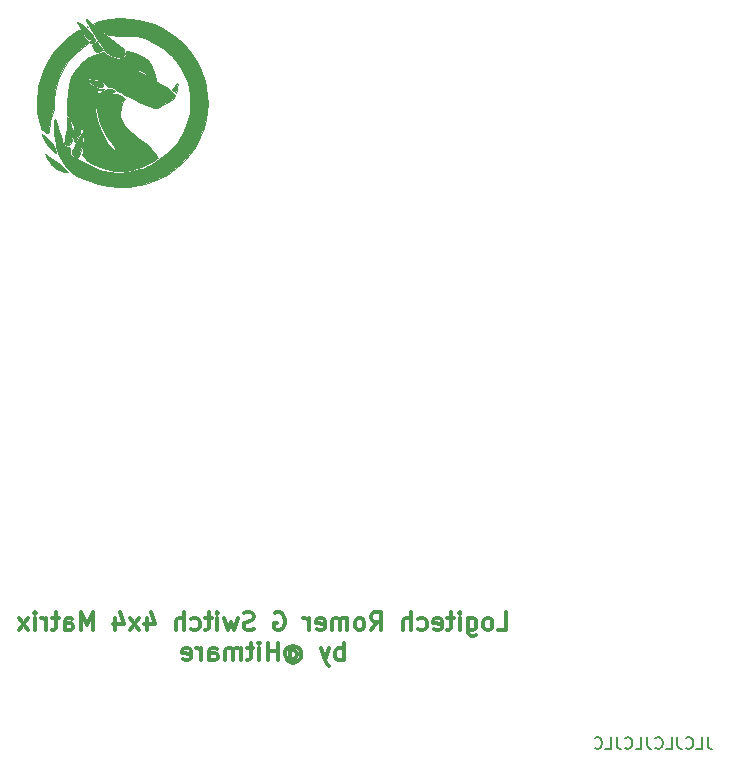
<source format=gbr>
G04 #@! TF.GenerationSoftware,KiCad,Pcbnew,(5.1.5)-3*
G04 #@! TF.CreationDate,2021-02-09T20:58:30+01:00*
G04 #@! TF.ProjectId,Keyboard,4b657962-6f61-4726-942e-6b696361645f,rev?*
G04 #@! TF.SameCoordinates,Original*
G04 #@! TF.FileFunction,Legend,Bot*
G04 #@! TF.FilePolarity,Positive*
%FSLAX46Y46*%
G04 Gerber Fmt 4.6, Leading zero omitted, Abs format (unit mm)*
G04 Created by KiCad (PCBNEW (5.1.5)-3) date 2021-02-09 20:58:30*
%MOMM*%
%LPD*%
G04 APERTURE LIST*
%ADD10C,0.150000*%
%ADD11C,0.300000*%
%ADD12C,0.010000*%
G04 APERTURE END LIST*
D10*
X183619047Y-135452380D02*
X183619047Y-136166666D01*
X183666666Y-136309523D01*
X183761904Y-136404761D01*
X183904761Y-136452380D01*
X184000000Y-136452380D01*
X182666666Y-136452380D02*
X183142857Y-136452380D01*
X183142857Y-135452380D01*
X181761904Y-136357142D02*
X181809523Y-136404761D01*
X181952380Y-136452380D01*
X182047619Y-136452380D01*
X182190476Y-136404761D01*
X182285714Y-136309523D01*
X182333333Y-136214285D01*
X182380952Y-136023809D01*
X182380952Y-135880952D01*
X182333333Y-135690476D01*
X182285714Y-135595238D01*
X182190476Y-135500000D01*
X182047619Y-135452380D01*
X181952380Y-135452380D01*
X181809523Y-135500000D01*
X181761904Y-135547619D01*
X181047619Y-135452380D02*
X181047619Y-136166666D01*
X181095238Y-136309523D01*
X181190476Y-136404761D01*
X181333333Y-136452380D01*
X181428571Y-136452380D01*
X180095238Y-136452380D02*
X180571428Y-136452380D01*
X180571428Y-135452380D01*
X179190476Y-136357142D02*
X179238095Y-136404761D01*
X179380952Y-136452380D01*
X179476190Y-136452380D01*
X179619047Y-136404761D01*
X179714285Y-136309523D01*
X179761904Y-136214285D01*
X179809523Y-136023809D01*
X179809523Y-135880952D01*
X179761904Y-135690476D01*
X179714285Y-135595238D01*
X179619047Y-135500000D01*
X179476190Y-135452380D01*
X179380952Y-135452380D01*
X179238095Y-135500000D01*
X179190476Y-135547619D01*
X178476190Y-135452380D02*
X178476190Y-136166666D01*
X178523809Y-136309523D01*
X178619047Y-136404761D01*
X178761904Y-136452380D01*
X178857142Y-136452380D01*
X177523809Y-136452380D02*
X178000000Y-136452380D01*
X178000000Y-135452380D01*
X176619047Y-136357142D02*
X176666666Y-136404761D01*
X176809523Y-136452380D01*
X176904761Y-136452380D01*
X177047619Y-136404761D01*
X177142857Y-136309523D01*
X177190476Y-136214285D01*
X177238095Y-136023809D01*
X177238095Y-135880952D01*
X177190476Y-135690476D01*
X177142857Y-135595238D01*
X177047619Y-135500000D01*
X176904761Y-135452380D01*
X176809523Y-135452380D01*
X176666666Y-135500000D01*
X176619047Y-135547619D01*
X175904761Y-135452380D02*
X175904761Y-136166666D01*
X175952380Y-136309523D01*
X176047619Y-136404761D01*
X176190476Y-136452380D01*
X176285714Y-136452380D01*
X174952380Y-136452380D02*
X175428571Y-136452380D01*
X175428571Y-135452380D01*
X174047619Y-136357142D02*
X174095238Y-136404761D01*
X174238095Y-136452380D01*
X174333333Y-136452380D01*
X174476190Y-136404761D01*
X174571428Y-136309523D01*
X174619047Y-136214285D01*
X174666666Y-136023809D01*
X174666666Y-135880952D01*
X174619047Y-135690476D01*
X174571428Y-135595238D01*
X174476190Y-135500000D01*
X174333333Y-135452380D01*
X174238095Y-135452380D01*
X174095238Y-135500000D01*
X174047619Y-135547619D01*
D11*
X165821428Y-126403571D02*
X166535714Y-126403571D01*
X166535714Y-124903571D01*
X165107142Y-126403571D02*
X165250000Y-126332142D01*
X165321428Y-126260714D01*
X165392857Y-126117857D01*
X165392857Y-125689285D01*
X165321428Y-125546428D01*
X165250000Y-125475000D01*
X165107142Y-125403571D01*
X164892857Y-125403571D01*
X164750000Y-125475000D01*
X164678571Y-125546428D01*
X164607142Y-125689285D01*
X164607142Y-126117857D01*
X164678571Y-126260714D01*
X164750000Y-126332142D01*
X164892857Y-126403571D01*
X165107142Y-126403571D01*
X163321428Y-125403571D02*
X163321428Y-126617857D01*
X163392857Y-126760714D01*
X163464285Y-126832142D01*
X163607142Y-126903571D01*
X163821428Y-126903571D01*
X163964285Y-126832142D01*
X163321428Y-126332142D02*
X163464285Y-126403571D01*
X163750000Y-126403571D01*
X163892857Y-126332142D01*
X163964285Y-126260714D01*
X164035714Y-126117857D01*
X164035714Y-125689285D01*
X163964285Y-125546428D01*
X163892857Y-125475000D01*
X163750000Y-125403571D01*
X163464285Y-125403571D01*
X163321428Y-125475000D01*
X162607142Y-126403571D02*
X162607142Y-125403571D01*
X162607142Y-124903571D02*
X162678571Y-124975000D01*
X162607142Y-125046428D01*
X162535714Y-124975000D01*
X162607142Y-124903571D01*
X162607142Y-125046428D01*
X162107142Y-125403571D02*
X161535714Y-125403571D01*
X161892857Y-124903571D02*
X161892857Y-126189285D01*
X161821428Y-126332142D01*
X161678571Y-126403571D01*
X161535714Y-126403571D01*
X160464285Y-126332142D02*
X160607142Y-126403571D01*
X160892857Y-126403571D01*
X161035714Y-126332142D01*
X161107142Y-126189285D01*
X161107142Y-125617857D01*
X161035714Y-125475000D01*
X160892857Y-125403571D01*
X160607142Y-125403571D01*
X160464285Y-125475000D01*
X160392857Y-125617857D01*
X160392857Y-125760714D01*
X161107142Y-125903571D01*
X159107142Y-126332142D02*
X159250000Y-126403571D01*
X159535714Y-126403571D01*
X159678571Y-126332142D01*
X159750000Y-126260714D01*
X159821428Y-126117857D01*
X159821428Y-125689285D01*
X159750000Y-125546428D01*
X159678571Y-125475000D01*
X159535714Y-125403571D01*
X159250000Y-125403571D01*
X159107142Y-125475000D01*
X158464285Y-126403571D02*
X158464285Y-124903571D01*
X157821428Y-126403571D02*
X157821428Y-125617857D01*
X157892857Y-125475000D01*
X158035714Y-125403571D01*
X158250000Y-125403571D01*
X158392857Y-125475000D01*
X158464285Y-125546428D01*
X155107142Y-126403571D02*
X155607142Y-125689285D01*
X155964285Y-126403571D02*
X155964285Y-124903571D01*
X155392857Y-124903571D01*
X155250000Y-124975000D01*
X155178571Y-125046428D01*
X155107142Y-125189285D01*
X155107142Y-125403571D01*
X155178571Y-125546428D01*
X155250000Y-125617857D01*
X155392857Y-125689285D01*
X155964285Y-125689285D01*
X154250000Y-126403571D02*
X154392857Y-126332142D01*
X154464285Y-126260714D01*
X154535714Y-126117857D01*
X154535714Y-125689285D01*
X154464285Y-125546428D01*
X154392857Y-125475000D01*
X154250000Y-125403571D01*
X154035714Y-125403571D01*
X153892857Y-125475000D01*
X153821428Y-125546428D01*
X153750000Y-125689285D01*
X153750000Y-126117857D01*
X153821428Y-126260714D01*
X153892857Y-126332142D01*
X154035714Y-126403571D01*
X154250000Y-126403571D01*
X153107142Y-126403571D02*
X153107142Y-125403571D01*
X153107142Y-125546428D02*
X153035714Y-125475000D01*
X152892857Y-125403571D01*
X152678571Y-125403571D01*
X152535714Y-125475000D01*
X152464285Y-125617857D01*
X152464285Y-126403571D01*
X152464285Y-125617857D02*
X152392857Y-125475000D01*
X152250000Y-125403571D01*
X152035714Y-125403571D01*
X151892857Y-125475000D01*
X151821428Y-125617857D01*
X151821428Y-126403571D01*
X150535714Y-126332142D02*
X150678571Y-126403571D01*
X150964285Y-126403571D01*
X151107142Y-126332142D01*
X151178571Y-126189285D01*
X151178571Y-125617857D01*
X151107142Y-125475000D01*
X150964285Y-125403571D01*
X150678571Y-125403571D01*
X150535714Y-125475000D01*
X150464285Y-125617857D01*
X150464285Y-125760714D01*
X151178571Y-125903571D01*
X149821428Y-126403571D02*
X149821428Y-125403571D01*
X149821428Y-125689285D02*
X149750000Y-125546428D01*
X149678571Y-125475000D01*
X149535714Y-125403571D01*
X149392857Y-125403571D01*
X146964285Y-124975000D02*
X147107142Y-124903571D01*
X147321428Y-124903571D01*
X147535714Y-124975000D01*
X147678571Y-125117857D01*
X147750000Y-125260714D01*
X147821428Y-125546428D01*
X147821428Y-125760714D01*
X147750000Y-126046428D01*
X147678571Y-126189285D01*
X147535714Y-126332142D01*
X147321428Y-126403571D01*
X147178571Y-126403571D01*
X146964285Y-126332142D01*
X146892857Y-126260714D01*
X146892857Y-125760714D01*
X147178571Y-125760714D01*
X145178571Y-126332142D02*
X144964285Y-126403571D01*
X144607142Y-126403571D01*
X144464285Y-126332142D01*
X144392857Y-126260714D01*
X144321428Y-126117857D01*
X144321428Y-125975000D01*
X144392857Y-125832142D01*
X144464285Y-125760714D01*
X144607142Y-125689285D01*
X144892857Y-125617857D01*
X145035714Y-125546428D01*
X145107142Y-125475000D01*
X145178571Y-125332142D01*
X145178571Y-125189285D01*
X145107142Y-125046428D01*
X145035714Y-124975000D01*
X144892857Y-124903571D01*
X144535714Y-124903571D01*
X144321428Y-124975000D01*
X143821428Y-125403571D02*
X143535714Y-126403571D01*
X143250000Y-125689285D01*
X142964285Y-126403571D01*
X142678571Y-125403571D01*
X142107142Y-126403571D02*
X142107142Y-125403571D01*
X142107142Y-124903571D02*
X142178571Y-124975000D01*
X142107142Y-125046428D01*
X142035714Y-124975000D01*
X142107142Y-124903571D01*
X142107142Y-125046428D01*
X141607142Y-125403571D02*
X141035714Y-125403571D01*
X141392857Y-124903571D02*
X141392857Y-126189285D01*
X141321428Y-126332142D01*
X141178571Y-126403571D01*
X141035714Y-126403571D01*
X139892857Y-126332142D02*
X140035714Y-126403571D01*
X140321428Y-126403571D01*
X140464285Y-126332142D01*
X140535714Y-126260714D01*
X140607142Y-126117857D01*
X140607142Y-125689285D01*
X140535714Y-125546428D01*
X140464285Y-125475000D01*
X140321428Y-125403571D01*
X140035714Y-125403571D01*
X139892857Y-125475000D01*
X139250000Y-126403571D02*
X139250000Y-124903571D01*
X138607142Y-126403571D02*
X138607142Y-125617857D01*
X138678571Y-125475000D01*
X138821428Y-125403571D01*
X139035714Y-125403571D01*
X139178571Y-125475000D01*
X139250000Y-125546428D01*
X136107142Y-125403571D02*
X136107142Y-126403571D01*
X136464285Y-124832142D02*
X136821428Y-125903571D01*
X135892857Y-125903571D01*
X135464285Y-126403571D02*
X134678571Y-125403571D01*
X135464285Y-125403571D02*
X134678571Y-126403571D01*
X133464285Y-125403571D02*
X133464285Y-126403571D01*
X133821428Y-124832142D02*
X134178571Y-125903571D01*
X133250000Y-125903571D01*
X131535714Y-126403571D02*
X131535714Y-124903571D01*
X131035714Y-125975000D01*
X130535714Y-124903571D01*
X130535714Y-126403571D01*
X129178571Y-126403571D02*
X129178571Y-125617857D01*
X129250000Y-125475000D01*
X129392857Y-125403571D01*
X129678571Y-125403571D01*
X129821428Y-125475000D01*
X129178571Y-126332142D02*
X129321428Y-126403571D01*
X129678571Y-126403571D01*
X129821428Y-126332142D01*
X129892857Y-126189285D01*
X129892857Y-126046428D01*
X129821428Y-125903571D01*
X129678571Y-125832142D01*
X129321428Y-125832142D01*
X129178571Y-125760714D01*
X128678571Y-125403571D02*
X128107142Y-125403571D01*
X128464285Y-124903571D02*
X128464285Y-126189285D01*
X128392857Y-126332142D01*
X128250000Y-126403571D01*
X128107142Y-126403571D01*
X127607142Y-126403571D02*
X127607142Y-125403571D01*
X127607142Y-125689285D02*
X127535714Y-125546428D01*
X127464285Y-125475000D01*
X127321428Y-125403571D01*
X127178571Y-125403571D01*
X126678571Y-126403571D02*
X126678571Y-125403571D01*
X126678571Y-124903571D02*
X126750000Y-124975000D01*
X126678571Y-125046428D01*
X126607142Y-124975000D01*
X126678571Y-124903571D01*
X126678571Y-125046428D01*
X126107142Y-126403571D02*
X125321428Y-125403571D01*
X126107142Y-125403571D02*
X125321428Y-126403571D01*
X152785714Y-128953571D02*
X152785714Y-127453571D01*
X152785714Y-128025000D02*
X152642857Y-127953571D01*
X152357142Y-127953571D01*
X152214285Y-128025000D01*
X152142857Y-128096428D01*
X152071428Y-128239285D01*
X152071428Y-128667857D01*
X152142857Y-128810714D01*
X152214285Y-128882142D01*
X152357142Y-128953571D01*
X152642857Y-128953571D01*
X152785714Y-128882142D01*
X151571428Y-127953571D02*
X151214285Y-128953571D01*
X150857142Y-127953571D02*
X151214285Y-128953571D01*
X151357142Y-129310714D01*
X151428571Y-129382142D01*
X151571428Y-129453571D01*
X148214285Y-128239285D02*
X148285714Y-128167857D01*
X148428571Y-128096428D01*
X148571428Y-128096428D01*
X148714285Y-128167857D01*
X148785714Y-128239285D01*
X148857142Y-128382142D01*
X148857142Y-128525000D01*
X148785714Y-128667857D01*
X148714285Y-128739285D01*
X148571428Y-128810714D01*
X148428571Y-128810714D01*
X148285714Y-128739285D01*
X148214285Y-128667857D01*
X148214285Y-128096428D02*
X148214285Y-128667857D01*
X148142857Y-128739285D01*
X148071428Y-128739285D01*
X147928571Y-128667857D01*
X147857142Y-128525000D01*
X147857142Y-128167857D01*
X148000000Y-127953571D01*
X148214285Y-127810714D01*
X148500000Y-127739285D01*
X148785714Y-127810714D01*
X149000000Y-127953571D01*
X149142857Y-128167857D01*
X149214285Y-128453571D01*
X149142857Y-128739285D01*
X149000000Y-128953571D01*
X148785714Y-129096428D01*
X148500000Y-129167857D01*
X148214285Y-129096428D01*
X148000000Y-128953571D01*
X147214285Y-128953571D02*
X147214285Y-127453571D01*
X147214285Y-128167857D02*
X146357142Y-128167857D01*
X146357142Y-128953571D02*
X146357142Y-127453571D01*
X145642857Y-128953571D02*
X145642857Y-127953571D01*
X145642857Y-127453571D02*
X145714285Y-127525000D01*
X145642857Y-127596428D01*
X145571428Y-127525000D01*
X145642857Y-127453571D01*
X145642857Y-127596428D01*
X145142857Y-127953571D02*
X144571428Y-127953571D01*
X144928571Y-127453571D02*
X144928571Y-128739285D01*
X144857142Y-128882142D01*
X144714285Y-128953571D01*
X144571428Y-128953571D01*
X144071428Y-128953571D02*
X144071428Y-127953571D01*
X144071428Y-128096428D02*
X144000000Y-128025000D01*
X143857142Y-127953571D01*
X143642857Y-127953571D01*
X143500000Y-128025000D01*
X143428571Y-128167857D01*
X143428571Y-128953571D01*
X143428571Y-128167857D02*
X143357142Y-128025000D01*
X143214285Y-127953571D01*
X143000000Y-127953571D01*
X142857142Y-128025000D01*
X142785714Y-128167857D01*
X142785714Y-128953571D01*
X141428571Y-128953571D02*
X141428571Y-128167857D01*
X141500000Y-128025000D01*
X141642857Y-127953571D01*
X141928571Y-127953571D01*
X142071428Y-128025000D01*
X141428571Y-128882142D02*
X141571428Y-128953571D01*
X141928571Y-128953571D01*
X142071428Y-128882142D01*
X142142857Y-128739285D01*
X142142857Y-128596428D01*
X142071428Y-128453571D01*
X141928571Y-128382142D01*
X141571428Y-128382142D01*
X141428571Y-128310714D01*
X140714285Y-128953571D02*
X140714285Y-127953571D01*
X140714285Y-128239285D02*
X140642857Y-128096428D01*
X140571428Y-128025000D01*
X140428571Y-127953571D01*
X140285714Y-127953571D01*
X139214285Y-128882142D02*
X139357142Y-128953571D01*
X139642857Y-128953571D01*
X139785714Y-128882142D01*
X139857142Y-128739285D01*
X139857142Y-128167857D01*
X139785714Y-128025000D01*
X139642857Y-127953571D01*
X139357142Y-127953571D01*
X139214285Y-128025000D01*
X139142857Y-128167857D01*
X139142857Y-128310714D01*
X139857142Y-128453571D01*
D12*
G36*
X132907399Y-74665758D02*
G01*
X132086919Y-74843997D01*
X131868356Y-74913270D01*
X131723966Y-74975553D01*
X131686633Y-75011738D01*
X131747176Y-75077938D01*
X131893977Y-75216259D01*
X132102690Y-75404198D01*
X132271106Y-75551941D01*
X132834762Y-76041460D01*
X134054200Y-76062340D01*
X134575177Y-76075494D01*
X134987335Y-76099364D01*
X135327363Y-76140751D01*
X135631949Y-76206453D01*
X135937781Y-76303269D01*
X136281545Y-76437998D01*
X136438109Y-76504121D01*
X136777388Y-76677636D01*
X137172701Y-76923409D01*
X137578705Y-77209250D01*
X137950051Y-77502970D01*
X138241396Y-77772379D01*
X138274494Y-77807718D01*
X138856126Y-78537169D01*
X139298205Y-79303131D01*
X139603953Y-80113775D01*
X139776591Y-80977270D01*
X139821086Y-81730905D01*
X139753523Y-82641510D01*
X139549585Y-83504891D01*
X139212353Y-84315533D01*
X138744908Y-85067918D01*
X138150330Y-85756529D01*
X137431701Y-86375848D01*
X137094560Y-86613352D01*
X136735446Y-86847952D01*
X136455299Y-87018305D01*
X136214403Y-87144436D01*
X135973043Y-87246367D01*
X135691501Y-87344123D01*
X135564757Y-87384645D01*
X134648977Y-87606386D01*
X133759486Y-87685109D01*
X132894458Y-87620613D01*
X132052069Y-87412699D01*
X131230494Y-87061165D01*
X130893160Y-86871823D01*
X130624539Y-86720723D01*
X130394353Y-86610313D01*
X130235539Y-86555470D01*
X130190461Y-86554415D01*
X130073019Y-86534417D01*
X129905975Y-86432473D01*
X129842443Y-86379803D01*
X129685699Y-86215354D01*
X129615385Y-86049619D01*
X129599010Y-85829076D01*
X129583714Y-85631220D01*
X129546535Y-85526846D01*
X129524069Y-85520071D01*
X129357473Y-85510056D01*
X129183319Y-85392638D01*
X129037628Y-85199298D01*
X128972539Y-85038114D01*
X128917382Y-84844943D01*
X128831121Y-84553819D01*
X128726020Y-84205738D01*
X128624940Y-83875985D01*
X128512159Y-83520238D01*
X128430403Y-83289219D01*
X128372276Y-83167261D01*
X128330383Y-83138697D01*
X128298578Y-83184581D01*
X128268669Y-83360216D01*
X128262254Y-83647083D01*
X128276976Y-84013171D01*
X128310478Y-84426467D01*
X128360404Y-84854959D01*
X128424395Y-85266636D01*
X128468459Y-85491777D01*
X128617479Y-86038652D01*
X128823851Y-86511794D01*
X129113703Y-86962241D01*
X129403349Y-87317892D01*
X129594931Y-87517109D01*
X129804931Y-87687632D01*
X130060519Y-87845265D01*
X130388863Y-88005811D01*
X130817132Y-88185073D01*
X131052436Y-88277115D01*
X131993663Y-88594844D01*
X132880874Y-88796832D01*
X133742753Y-88887120D01*
X134607983Y-88869752D01*
X134982522Y-88830915D01*
X135979774Y-88632536D01*
X136927226Y-88300323D01*
X137815080Y-87840394D01*
X138633539Y-87258869D01*
X139372802Y-86561869D01*
X140023074Y-85755511D01*
X140110530Y-85628187D01*
X140580636Y-84804928D01*
X140938101Y-83898228D01*
X141148605Y-83091690D01*
X141236727Y-82470784D01*
X141266576Y-81774549D01*
X141239727Y-81059173D01*
X141157755Y-80380841D01*
X141059864Y-79925788D01*
X140733489Y-78980240D01*
X140289607Y-78108596D01*
X139739737Y-77317377D01*
X139095397Y-76613107D01*
X138368106Y-76002310D01*
X137569381Y-75491509D01*
X136710741Y-75087227D01*
X135803705Y-74795987D01*
X134859790Y-74624314D01*
X133890515Y-74578729D01*
X132907399Y-74665758D01*
G37*
X132907399Y-74665758D02*
X132086919Y-74843997D01*
X131868356Y-74913270D01*
X131723966Y-74975553D01*
X131686633Y-75011738D01*
X131747176Y-75077938D01*
X131893977Y-75216259D01*
X132102690Y-75404198D01*
X132271106Y-75551941D01*
X132834762Y-76041460D01*
X134054200Y-76062340D01*
X134575177Y-76075494D01*
X134987335Y-76099364D01*
X135327363Y-76140751D01*
X135631949Y-76206453D01*
X135937781Y-76303269D01*
X136281545Y-76437998D01*
X136438109Y-76504121D01*
X136777388Y-76677636D01*
X137172701Y-76923409D01*
X137578705Y-77209250D01*
X137950051Y-77502970D01*
X138241396Y-77772379D01*
X138274494Y-77807718D01*
X138856126Y-78537169D01*
X139298205Y-79303131D01*
X139603953Y-80113775D01*
X139776591Y-80977270D01*
X139821086Y-81730905D01*
X139753523Y-82641510D01*
X139549585Y-83504891D01*
X139212353Y-84315533D01*
X138744908Y-85067918D01*
X138150330Y-85756529D01*
X137431701Y-86375848D01*
X137094560Y-86613352D01*
X136735446Y-86847952D01*
X136455299Y-87018305D01*
X136214403Y-87144436D01*
X135973043Y-87246367D01*
X135691501Y-87344123D01*
X135564757Y-87384645D01*
X134648977Y-87606386D01*
X133759486Y-87685109D01*
X132894458Y-87620613D01*
X132052069Y-87412699D01*
X131230494Y-87061165D01*
X130893160Y-86871823D01*
X130624539Y-86720723D01*
X130394353Y-86610313D01*
X130235539Y-86555470D01*
X130190461Y-86554415D01*
X130073019Y-86534417D01*
X129905975Y-86432473D01*
X129842443Y-86379803D01*
X129685699Y-86215354D01*
X129615385Y-86049619D01*
X129599010Y-85829076D01*
X129583714Y-85631220D01*
X129546535Y-85526846D01*
X129524069Y-85520071D01*
X129357473Y-85510056D01*
X129183319Y-85392638D01*
X129037628Y-85199298D01*
X128972539Y-85038114D01*
X128917382Y-84844943D01*
X128831121Y-84553819D01*
X128726020Y-84205738D01*
X128624940Y-83875985D01*
X128512159Y-83520238D01*
X128430403Y-83289219D01*
X128372276Y-83167261D01*
X128330383Y-83138697D01*
X128298578Y-83184581D01*
X128268669Y-83360216D01*
X128262254Y-83647083D01*
X128276976Y-84013171D01*
X128310478Y-84426467D01*
X128360404Y-84854959D01*
X128424395Y-85266636D01*
X128468459Y-85491777D01*
X128617479Y-86038652D01*
X128823851Y-86511794D01*
X129113703Y-86962241D01*
X129403349Y-87317892D01*
X129594931Y-87517109D01*
X129804931Y-87687632D01*
X130060519Y-87845265D01*
X130388863Y-88005811D01*
X130817132Y-88185073D01*
X131052436Y-88277115D01*
X131993663Y-88594844D01*
X132880874Y-88796832D01*
X133742753Y-88887120D01*
X134607983Y-88869752D01*
X134982522Y-88830915D01*
X135979774Y-88632536D01*
X136927226Y-88300323D01*
X137815080Y-87840394D01*
X138633539Y-87258869D01*
X139372802Y-86561869D01*
X140023074Y-85755511D01*
X140110530Y-85628187D01*
X140580636Y-84804928D01*
X140938101Y-83898228D01*
X141148605Y-83091690D01*
X141236727Y-82470784D01*
X141266576Y-81774549D01*
X141239727Y-81059173D01*
X141157755Y-80380841D01*
X141059864Y-79925788D01*
X140733489Y-78980240D01*
X140289607Y-78108596D01*
X139739737Y-77317377D01*
X139095397Y-76613107D01*
X138368106Y-76002310D01*
X137569381Y-75491509D01*
X136710741Y-75087227D01*
X135803705Y-74795987D01*
X134859790Y-74624314D01*
X133890515Y-74578729D01*
X132907399Y-74665758D01*
G36*
X127554726Y-86184669D02*
G01*
X127631608Y-86349069D01*
X127754202Y-86561686D01*
X127902354Y-86787920D01*
X128055909Y-86993168D01*
X128076963Y-87018583D01*
X128356807Y-87266425D01*
X128721648Y-87471381D01*
X129111245Y-87600207D01*
X129141977Y-87606285D01*
X129315999Y-87631640D01*
X129409690Y-87631391D01*
X129414900Y-87626361D01*
X129360915Y-87513244D01*
X129219919Y-87345702D01*
X129023348Y-87153912D01*
X128802641Y-86968051D01*
X128589233Y-86818294D01*
X128547669Y-86793910D01*
X128273601Y-86624041D01*
X128003501Y-86431238D01*
X127861866Y-86315053D01*
X127697658Y-86180567D01*
X127578934Y-86107029D01*
X127543712Y-86103089D01*
X127554726Y-86184669D01*
G37*
X127554726Y-86184669D02*
X127631608Y-86349069D01*
X127754202Y-86561686D01*
X127902354Y-86787920D01*
X128055909Y-86993168D01*
X128076963Y-87018583D01*
X128356807Y-87266425D01*
X128721648Y-87471381D01*
X129111245Y-87600207D01*
X129141977Y-87606285D01*
X129315999Y-87631640D01*
X129409690Y-87631391D01*
X129414900Y-87626361D01*
X129360915Y-87513244D01*
X129219919Y-87345702D01*
X129023348Y-87153912D01*
X128802641Y-86968051D01*
X128589233Y-86818294D01*
X128547669Y-86793910D01*
X128273601Y-86624041D01*
X128003501Y-86431238D01*
X127861866Y-86315053D01*
X127697658Y-86180567D01*
X127578934Y-86107029D01*
X127543712Y-86103089D01*
X127554726Y-86184669D01*
G36*
X134377920Y-77375793D02*
G01*
X134386588Y-77441455D01*
X134390459Y-77451921D01*
X134398417Y-77600956D01*
X134365321Y-77738661D01*
X134233794Y-77896361D01*
X134006805Y-77986762D01*
X133716338Y-78012877D01*
X133394380Y-77977720D01*
X133072919Y-77884305D01*
X132783939Y-77735646D01*
X132590747Y-77571446D01*
X132456761Y-77423394D01*
X131936547Y-77608211D01*
X131471136Y-77790912D01*
X131103786Y-77981687D01*
X130788462Y-78209198D01*
X130479132Y-78502107D01*
X130447453Y-78535362D01*
X130046345Y-79041792D01*
X129745049Y-79613526D01*
X129538876Y-80264825D01*
X129423139Y-81009949D01*
X129392366Y-81745272D01*
X129393120Y-82691404D01*
X129698460Y-83265800D01*
X129844948Y-83548716D01*
X129933995Y-83757434D01*
X129978596Y-83945142D01*
X129991744Y-84165025D01*
X129987071Y-84447198D01*
X129984783Y-84731361D01*
X129993321Y-84957007D01*
X130010904Y-85086807D01*
X130018331Y-85102189D01*
X130072166Y-85071995D01*
X130157670Y-84939658D01*
X130258880Y-84740578D01*
X130359831Y-84510155D01*
X130444558Y-84283791D01*
X130497097Y-84096885D01*
X130506533Y-84019627D01*
X130525107Y-83858327D01*
X130572477Y-83826457D01*
X130636316Y-83913820D01*
X130704294Y-84110220D01*
X130726504Y-84201576D01*
X130765265Y-84499909D01*
X130777801Y-84890033D01*
X130765189Y-85320765D01*
X130728510Y-85740922D01*
X130688482Y-86004576D01*
X130670536Y-86148186D01*
X130696534Y-86259250D01*
X130788428Y-86376216D01*
X130968170Y-86537531D01*
X131015750Y-86577790D01*
X131243343Y-86752762D01*
X131489851Y-86902152D01*
X131785035Y-87039561D01*
X132158653Y-87178594D01*
X132640463Y-87332853D01*
X132720992Y-87357267D01*
X133439184Y-87501344D01*
X134187480Y-87517071D01*
X134926287Y-87403884D01*
X134983001Y-87389452D01*
X135614869Y-87194986D01*
X136182465Y-86963798D01*
X136648716Y-86711388D01*
X136723539Y-86661793D01*
X136906184Y-86529873D01*
X137027208Y-86430472D01*
X137056734Y-86394573D01*
X137018820Y-86318271D01*
X136921412Y-86162909D01*
X136835571Y-86035149D01*
X136669174Y-85833468D01*
X133533725Y-85833468D01*
X133479292Y-85838868D01*
X133350377Y-85742547D01*
X133191590Y-85584384D01*
X132874517Y-85217917D01*
X132616886Y-84847719D01*
X132384062Y-84420233D01*
X132244574Y-84120062D01*
X131987208Y-83463083D01*
X131828835Y-82876909D01*
X131771761Y-82372242D01*
X131798076Y-82047052D01*
X131870276Y-81672493D01*
X131879837Y-82193659D01*
X131955055Y-82842524D01*
X132159358Y-83504457D01*
X132496232Y-84187805D01*
X132969157Y-84900914D01*
X133059629Y-85020870D01*
X133276630Y-85320047D01*
X133429746Y-85562747D01*
X133516327Y-85737657D01*
X133533725Y-85833468D01*
X136669174Y-85833468D01*
X136609383Y-85761000D01*
X136281523Y-85438511D01*
X135877512Y-85090114D01*
X135422874Y-84738242D01*
X135101545Y-84510963D01*
X134768961Y-84263575D01*
X134512454Y-84012787D01*
X134274429Y-83700009D01*
X134210621Y-83604591D01*
X134037654Y-83333295D01*
X133932011Y-83134695D01*
X133877257Y-82962444D01*
X133856955Y-82770193D01*
X133854442Y-82600185D01*
X133903170Y-82129836D01*
X134054249Y-81747307D01*
X134197855Y-81549715D01*
X134265461Y-81424975D01*
X134219474Y-81311481D01*
X134048035Y-81187695D01*
X133977190Y-81148919D01*
X133817611Y-81088271D01*
X133595012Y-81049254D01*
X133280088Y-81028278D01*
X132941608Y-81022072D01*
X132568933Y-81015992D01*
X132308925Y-80999569D01*
X132128800Y-80967989D01*
X131995772Y-80916437D01*
X131922697Y-80872420D01*
X131707450Y-80727361D01*
X132085076Y-80688872D01*
X132310815Y-80655602D01*
X132474660Y-80612659D01*
X132521753Y-80587159D01*
X132508137Y-80555021D01*
X132394420Y-80568497D01*
X132085331Y-80572400D01*
X131749959Y-80456705D01*
X131421634Y-80234610D01*
X131325599Y-80145324D01*
X131117404Y-79923566D01*
X131027340Y-79781218D01*
X131060500Y-79705981D01*
X131221976Y-79685558D01*
X131507307Y-79706623D01*
X131912080Y-79771513D01*
X132208460Y-79876161D01*
X132431654Y-80036504D01*
X132556809Y-80181717D01*
X132748153Y-80357879D01*
X132903802Y-80399926D01*
X132990288Y-80403027D01*
X133072654Y-80419364D01*
X133176147Y-80461165D01*
X133326012Y-80540655D01*
X133547497Y-80670063D01*
X133865848Y-80861614D01*
X133901057Y-80882890D01*
X134142299Y-81018012D01*
X134467305Y-81185111D01*
X134848634Y-81371630D01*
X135258844Y-81565012D01*
X135670491Y-81752697D01*
X136056133Y-81922128D01*
X136388328Y-82060749D01*
X136639634Y-82156000D01*
X136762293Y-82192200D01*
X137022846Y-82177196D01*
X137364239Y-82045956D01*
X137782274Y-81800378D01*
X138057450Y-81606852D01*
X138310018Y-81401560D01*
X138466923Y-81233366D01*
X138512321Y-81131928D01*
X138460831Y-81005409D01*
X138301458Y-80839952D01*
X138026849Y-80629521D01*
X137629652Y-80368084D01*
X137435833Y-80248503D01*
X137131451Y-80048003D01*
X136947056Y-79886836D01*
X136867100Y-79751249D01*
X136865331Y-79743839D01*
X136805109Y-79492886D01*
X136076658Y-79492886D01*
X136019268Y-79522010D01*
X135944305Y-79430046D01*
X135938532Y-79415830D01*
X135852938Y-79327388D01*
X135675956Y-79213696D01*
X135512264Y-79130675D01*
X135316669Y-79028779D01*
X135250167Y-78967337D01*
X135300813Y-78950796D01*
X135456665Y-78983601D01*
X135690648Y-79064271D01*
X135877041Y-79137393D01*
X135992954Y-79183918D01*
X136010587Y-79191635D01*
X136036124Y-79256620D01*
X136070076Y-79361748D01*
X136076658Y-79492886D01*
X136805109Y-79492886D01*
X136731915Y-79187884D01*
X136592594Y-78753283D01*
X136428329Y-78416424D01*
X136220078Y-78153697D01*
X135948801Y-77941490D01*
X135595458Y-77756192D01*
X135141007Y-77574193D01*
X135105051Y-77561015D01*
X134769619Y-77441517D01*
X134549746Y-77372817D01*
X134425743Y-77351911D01*
X134377920Y-77375793D01*
G37*
X134377920Y-77375793D02*
X134386588Y-77441455D01*
X134390459Y-77451921D01*
X134398417Y-77600956D01*
X134365321Y-77738661D01*
X134233794Y-77896361D01*
X134006805Y-77986762D01*
X133716338Y-78012877D01*
X133394380Y-77977720D01*
X133072919Y-77884305D01*
X132783939Y-77735646D01*
X132590747Y-77571446D01*
X132456761Y-77423394D01*
X131936547Y-77608211D01*
X131471136Y-77790912D01*
X131103786Y-77981687D01*
X130788462Y-78209198D01*
X130479132Y-78502107D01*
X130447453Y-78535362D01*
X130046345Y-79041792D01*
X129745049Y-79613526D01*
X129538876Y-80264825D01*
X129423139Y-81009949D01*
X129392366Y-81745272D01*
X129393120Y-82691404D01*
X129698460Y-83265800D01*
X129844948Y-83548716D01*
X129933995Y-83757434D01*
X129978596Y-83945142D01*
X129991744Y-84165025D01*
X129987071Y-84447198D01*
X129984783Y-84731361D01*
X129993321Y-84957007D01*
X130010904Y-85086807D01*
X130018331Y-85102189D01*
X130072166Y-85071995D01*
X130157670Y-84939658D01*
X130258880Y-84740578D01*
X130359831Y-84510155D01*
X130444558Y-84283791D01*
X130497097Y-84096885D01*
X130506533Y-84019627D01*
X130525107Y-83858327D01*
X130572477Y-83826457D01*
X130636316Y-83913820D01*
X130704294Y-84110220D01*
X130726504Y-84201576D01*
X130765265Y-84499909D01*
X130777801Y-84890033D01*
X130765189Y-85320765D01*
X130728510Y-85740922D01*
X130688482Y-86004576D01*
X130670536Y-86148186D01*
X130696534Y-86259250D01*
X130788428Y-86376216D01*
X130968170Y-86537531D01*
X131015750Y-86577790D01*
X131243343Y-86752762D01*
X131489851Y-86902152D01*
X131785035Y-87039561D01*
X132158653Y-87178594D01*
X132640463Y-87332853D01*
X132720992Y-87357267D01*
X133439184Y-87501344D01*
X134187480Y-87517071D01*
X134926287Y-87403884D01*
X134983001Y-87389452D01*
X135614869Y-87194986D01*
X136182465Y-86963798D01*
X136648716Y-86711388D01*
X136723539Y-86661793D01*
X136906184Y-86529873D01*
X137027208Y-86430472D01*
X137056734Y-86394573D01*
X137018820Y-86318271D01*
X136921412Y-86162909D01*
X136835571Y-86035149D01*
X136669174Y-85833468D01*
X133533725Y-85833468D01*
X133479292Y-85838868D01*
X133350377Y-85742547D01*
X133191590Y-85584384D01*
X132874517Y-85217917D01*
X132616886Y-84847719D01*
X132384062Y-84420233D01*
X132244574Y-84120062D01*
X131987208Y-83463083D01*
X131828835Y-82876909D01*
X131771761Y-82372242D01*
X131798076Y-82047052D01*
X131870276Y-81672493D01*
X131879837Y-82193659D01*
X131955055Y-82842524D01*
X132159358Y-83504457D01*
X132496232Y-84187805D01*
X132969157Y-84900914D01*
X133059629Y-85020870D01*
X133276630Y-85320047D01*
X133429746Y-85562747D01*
X133516327Y-85737657D01*
X133533725Y-85833468D01*
X136669174Y-85833468D01*
X136609383Y-85761000D01*
X136281523Y-85438511D01*
X135877512Y-85090114D01*
X135422874Y-84738242D01*
X135101545Y-84510963D01*
X134768961Y-84263575D01*
X134512454Y-84012787D01*
X134274429Y-83700009D01*
X134210621Y-83604591D01*
X134037654Y-83333295D01*
X133932011Y-83134695D01*
X133877257Y-82962444D01*
X133856955Y-82770193D01*
X133854442Y-82600185D01*
X133903170Y-82129836D01*
X134054249Y-81747307D01*
X134197855Y-81549715D01*
X134265461Y-81424975D01*
X134219474Y-81311481D01*
X134048035Y-81187695D01*
X133977190Y-81148919D01*
X133817611Y-81088271D01*
X133595012Y-81049254D01*
X133280088Y-81028278D01*
X132941608Y-81022072D01*
X132568933Y-81015992D01*
X132308925Y-80999569D01*
X132128800Y-80967989D01*
X131995772Y-80916437D01*
X131922697Y-80872420D01*
X131707450Y-80727361D01*
X132085076Y-80688872D01*
X132310815Y-80655602D01*
X132474660Y-80612659D01*
X132521753Y-80587159D01*
X132508137Y-80555021D01*
X132394420Y-80568497D01*
X132085331Y-80572400D01*
X131749959Y-80456705D01*
X131421634Y-80234610D01*
X131325599Y-80145324D01*
X131117404Y-79923566D01*
X131027340Y-79781218D01*
X131060500Y-79705981D01*
X131221976Y-79685558D01*
X131507307Y-79706623D01*
X131912080Y-79771513D01*
X132208460Y-79876161D01*
X132431654Y-80036504D01*
X132556809Y-80181717D01*
X132748153Y-80357879D01*
X132903802Y-80399926D01*
X132990288Y-80403027D01*
X133072654Y-80419364D01*
X133176147Y-80461165D01*
X133326012Y-80540655D01*
X133547497Y-80670063D01*
X133865848Y-80861614D01*
X133901057Y-80882890D01*
X134142299Y-81018012D01*
X134467305Y-81185111D01*
X134848634Y-81371630D01*
X135258844Y-81565012D01*
X135670491Y-81752697D01*
X136056133Y-81922128D01*
X136388328Y-82060749D01*
X136639634Y-82156000D01*
X136762293Y-82192200D01*
X137022846Y-82177196D01*
X137364239Y-82045956D01*
X137782274Y-81800378D01*
X138057450Y-81606852D01*
X138310018Y-81401560D01*
X138466923Y-81233366D01*
X138512321Y-81131928D01*
X138460831Y-81005409D01*
X138301458Y-80839952D01*
X138026849Y-80629521D01*
X137629652Y-80368084D01*
X137435833Y-80248503D01*
X137131451Y-80048003D01*
X136947056Y-79886836D01*
X136867100Y-79751249D01*
X136865331Y-79743839D01*
X136805109Y-79492886D01*
X136076658Y-79492886D01*
X136019268Y-79522010D01*
X135944305Y-79430046D01*
X135938532Y-79415830D01*
X135852938Y-79327388D01*
X135675956Y-79213696D01*
X135512264Y-79130675D01*
X135316669Y-79028779D01*
X135250167Y-78967337D01*
X135300813Y-78950796D01*
X135456665Y-78983601D01*
X135690648Y-79064271D01*
X135877041Y-79137393D01*
X135992954Y-79183918D01*
X136010587Y-79191635D01*
X136036124Y-79256620D01*
X136070076Y-79361748D01*
X136076658Y-79492886D01*
X136805109Y-79492886D01*
X136731915Y-79187884D01*
X136592594Y-78753283D01*
X136428329Y-78416424D01*
X136220078Y-78153697D01*
X135948801Y-77941490D01*
X135595458Y-77756192D01*
X135141007Y-77574193D01*
X135105051Y-77561015D01*
X134769619Y-77441517D01*
X134549746Y-77372817D01*
X134425743Y-77351911D01*
X134377920Y-77375793D01*
G36*
X130326644Y-84894278D02*
G01*
X130171011Y-85179005D01*
X130028511Y-85430663D01*
X129921514Y-85610100D01*
X129891184Y-85656460D01*
X129788094Y-85900893D01*
X129829268Y-86129804D01*
X129947241Y-86281296D01*
X130089917Y-86403616D01*
X130178442Y-86428822D01*
X130258557Y-86365673D01*
X130276629Y-86344378D01*
X130484317Y-85990491D01*
X130608006Y-85527769D01*
X130649333Y-84950077D01*
X130649335Y-84947564D01*
X130649717Y-84292550D01*
X130326644Y-84894278D01*
G37*
X130326644Y-84894278D02*
X130171011Y-85179005D01*
X130028511Y-85430663D01*
X129921514Y-85610100D01*
X129891184Y-85656460D01*
X129788094Y-85900893D01*
X129829268Y-86129804D01*
X129947241Y-86281296D01*
X130089917Y-86403616D01*
X130178442Y-86428822D01*
X130258557Y-86365673D01*
X130276629Y-86344378D01*
X130484317Y-85990491D01*
X130608006Y-85527769D01*
X130649333Y-84950077D01*
X130649335Y-84947564D01*
X130649717Y-84292550D01*
X130326644Y-84894278D01*
G36*
X127247908Y-84413933D02*
G01*
X127259875Y-84497462D01*
X127263038Y-84510888D01*
X127384975Y-84834873D01*
X127587631Y-85189858D01*
X127834902Y-85520014D01*
X128062590Y-85747204D01*
X128240700Y-85887813D01*
X128370814Y-85980672D01*
X128413852Y-86002865D01*
X128421208Y-85939607D01*
X128396570Y-85778149D01*
X128369967Y-85657163D01*
X128312152Y-85474176D01*
X128219831Y-85306419D01*
X128069319Y-85121289D01*
X127836930Y-84886180D01*
X127748739Y-84802005D01*
X127508402Y-84576985D01*
X127355759Y-84443857D01*
X127274399Y-84392786D01*
X127247908Y-84413933D01*
G37*
X127247908Y-84413933D02*
X127259875Y-84497462D01*
X127263038Y-84510888D01*
X127384975Y-84834873D01*
X127587631Y-85189858D01*
X127834902Y-85520014D01*
X128062590Y-85747204D01*
X128240700Y-85887813D01*
X128370814Y-85980672D01*
X128413852Y-86002865D01*
X128421208Y-85939607D01*
X128396570Y-85778149D01*
X128369967Y-85657163D01*
X128312152Y-85474176D01*
X128219831Y-85306419D01*
X128069319Y-85121289D01*
X127836930Y-84886180D01*
X127748739Y-84802005D01*
X127508402Y-84576985D01*
X127355759Y-84443857D01*
X127274399Y-84392786D01*
X127247908Y-84413933D01*
G36*
X129389382Y-83014166D02*
G01*
X129379021Y-83195348D01*
X129370278Y-83458081D01*
X129366777Y-83622707D01*
X129346299Y-84002365D01*
X129302652Y-84376077D01*
X129243705Y-84679315D01*
X129233276Y-84717338D01*
X129167959Y-84973633D01*
X129154951Y-85132763D01*
X129191813Y-85232432D01*
X129199337Y-85242025D01*
X129351992Y-85335974D01*
X129522710Y-85324950D01*
X129613767Y-85256876D01*
X129768768Y-84952968D01*
X129843266Y-84565899D01*
X129836797Y-84134088D01*
X129748894Y-83695953D01*
X129636271Y-83401003D01*
X129526602Y-83175215D01*
X129442153Y-83012555D01*
X129400438Y-82946685D01*
X129399796Y-82946535D01*
X129389382Y-83014166D01*
G37*
X129389382Y-83014166D02*
X129379021Y-83195348D01*
X129370278Y-83458081D01*
X129366777Y-83622707D01*
X129346299Y-84002365D01*
X129302652Y-84376077D01*
X129243705Y-84679315D01*
X129233276Y-84717338D01*
X129167959Y-84973633D01*
X129154951Y-85132763D01*
X129191813Y-85232432D01*
X129199337Y-85242025D01*
X129351992Y-85335974D01*
X129522710Y-85324950D01*
X129613767Y-85256876D01*
X129768768Y-84952968D01*
X129843266Y-84565899D01*
X129836797Y-84134088D01*
X129748894Y-83695953D01*
X129636271Y-83401003D01*
X129526602Y-83175215D01*
X129442153Y-83012555D01*
X129400438Y-82946685D01*
X129399796Y-82946535D01*
X129389382Y-83014166D01*
G36*
X130185842Y-75685981D02*
G01*
X129938304Y-75843756D01*
X129646555Y-76064445D01*
X129328485Y-76333107D01*
X129001984Y-76634803D01*
X128684943Y-76954592D01*
X128395250Y-77277534D01*
X128202991Y-77517738D01*
X127743488Y-78231465D01*
X127356336Y-79044297D01*
X127056679Y-79921492D01*
X126931191Y-80435243D01*
X126873870Y-80841429D01*
X126844894Y-81341536D01*
X126843550Y-81886860D01*
X126869126Y-82428694D01*
X126920908Y-82918331D01*
X126971673Y-83200859D01*
X127055684Y-83554728D01*
X127129965Y-83797339D01*
X127210758Y-83960655D01*
X127314301Y-84076641D01*
X127456835Y-84177263D01*
X127472697Y-84187003D01*
X127668603Y-84295536D01*
X127779402Y-84320547D01*
X127836119Y-84266266D01*
X127846370Y-84237965D01*
X127865447Y-84123214D01*
X127888664Y-83909176D01*
X127911044Y-83641838D01*
X127911357Y-83637536D01*
X127954273Y-83312915D01*
X128028197Y-82987250D01*
X128100254Y-82774265D01*
X128180549Y-82542137D01*
X128233198Y-82267180D01*
X128264328Y-81909860D01*
X128275028Y-81646185D01*
X128366578Y-80716717D01*
X128583529Y-79854202D01*
X128924311Y-79063788D01*
X129203955Y-78602117D01*
X129496368Y-78220985D01*
X129858995Y-77818873D01*
X130248838Y-77439426D01*
X130622898Y-77126292D01*
X130743124Y-77039763D01*
X130950750Y-76893509D01*
X131100497Y-76779054D01*
X131161443Y-76720099D01*
X131161605Y-76719000D01*
X131125305Y-76641422D01*
X131031138Y-76477722D01*
X130901208Y-76263398D01*
X130757616Y-76033953D01*
X130622465Y-75824888D01*
X130517856Y-75671702D01*
X130476725Y-75618932D01*
X130371279Y-75606059D01*
X130185842Y-75685981D01*
G37*
X130185842Y-75685981D02*
X129938304Y-75843756D01*
X129646555Y-76064445D01*
X129328485Y-76333107D01*
X129001984Y-76634803D01*
X128684943Y-76954592D01*
X128395250Y-77277534D01*
X128202991Y-77517738D01*
X127743488Y-78231465D01*
X127356336Y-79044297D01*
X127056679Y-79921492D01*
X126931191Y-80435243D01*
X126873870Y-80841429D01*
X126844894Y-81341536D01*
X126843550Y-81886860D01*
X126869126Y-82428694D01*
X126920908Y-82918331D01*
X126971673Y-83200859D01*
X127055684Y-83554728D01*
X127129965Y-83797339D01*
X127210758Y-83960655D01*
X127314301Y-84076641D01*
X127456835Y-84177263D01*
X127472697Y-84187003D01*
X127668603Y-84295536D01*
X127779402Y-84320547D01*
X127836119Y-84266266D01*
X127846370Y-84237965D01*
X127865447Y-84123214D01*
X127888664Y-83909176D01*
X127911044Y-83641838D01*
X127911357Y-83637536D01*
X127954273Y-83312915D01*
X128028197Y-82987250D01*
X128100254Y-82774265D01*
X128180549Y-82542137D01*
X128233198Y-82267180D01*
X128264328Y-81909860D01*
X128275028Y-81646185D01*
X128366578Y-80716717D01*
X128583529Y-79854202D01*
X128924311Y-79063788D01*
X129203955Y-78602117D01*
X129496368Y-78220985D01*
X129858995Y-77818873D01*
X130248838Y-77439426D01*
X130622898Y-77126292D01*
X130743124Y-77039763D01*
X130950750Y-76893509D01*
X131100497Y-76779054D01*
X131161443Y-76720099D01*
X131161605Y-76719000D01*
X131125305Y-76641422D01*
X131031138Y-76477722D01*
X130901208Y-76263398D01*
X130757616Y-76033953D01*
X130622465Y-75824888D01*
X130517856Y-75671702D01*
X130476725Y-75618932D01*
X130371279Y-75606059D01*
X130185842Y-75685981D01*
G36*
X138595575Y-80166140D02*
G01*
X138478961Y-80295754D01*
X138336882Y-80462893D01*
X138245272Y-80582623D01*
X138226520Y-80617192D01*
X138278264Y-80681021D01*
X138401832Y-80781622D01*
X138577885Y-80909662D01*
X138653866Y-80636063D01*
X138704897Y-80407051D01*
X138729789Y-80206631D01*
X138730253Y-80186585D01*
X138723236Y-80093002D01*
X138686088Y-80082822D01*
X138595575Y-80166140D01*
G37*
X138595575Y-80166140D02*
X138478961Y-80295754D01*
X138336882Y-80462893D01*
X138245272Y-80582623D01*
X138226520Y-80617192D01*
X138278264Y-80681021D01*
X138401832Y-80781622D01*
X138577885Y-80909662D01*
X138653866Y-80636063D01*
X138704897Y-80407051D01*
X138729789Y-80206631D01*
X138730253Y-80186585D01*
X138723236Y-80093002D01*
X138686088Y-80082822D01*
X138595575Y-80166140D01*
G36*
X132817076Y-80569587D02*
G01*
X132649297Y-80651267D01*
X132488209Y-80737182D01*
X132384955Y-80760436D01*
X132253147Y-80800675D01*
X132216906Y-80835530D01*
X132258939Y-80869067D01*
X132407683Y-80891407D01*
X132624700Y-80902294D01*
X132871554Y-80901469D01*
X133109808Y-80888677D01*
X133301026Y-80863659D01*
X133375657Y-80843280D01*
X133464531Y-80797731D01*
X133445507Y-80744823D01*
X133341269Y-80666447D01*
X133083133Y-80559169D01*
X132817076Y-80569587D01*
G37*
X132817076Y-80569587D02*
X132649297Y-80651267D01*
X132488209Y-80737182D01*
X132384955Y-80760436D01*
X132253147Y-80800675D01*
X132216906Y-80835530D01*
X132258939Y-80869067D01*
X132407683Y-80891407D01*
X132624700Y-80902294D01*
X132871554Y-80901469D01*
X133109808Y-80888677D01*
X133301026Y-80863659D01*
X133375657Y-80843280D01*
X133464531Y-80797731D01*
X133445507Y-80744823D01*
X133341269Y-80666447D01*
X133083133Y-80559169D01*
X132817076Y-80569587D01*
G36*
X131161605Y-79814020D02*
G01*
X131218402Y-79913579D01*
X131362531Y-80052768D01*
X131554597Y-80199608D01*
X131755205Y-80322118D01*
X131832476Y-80358603D01*
X132130041Y-80453832D01*
X132337546Y-80456257D01*
X132443977Y-80365949D01*
X132451579Y-80224252D01*
X132343620Y-80096762D01*
X132183890Y-80000312D01*
X132023696Y-79938654D01*
X131804609Y-79879703D01*
X131567843Y-79830970D01*
X131354615Y-79799965D01*
X131206138Y-79794198D01*
X131161605Y-79814020D01*
G37*
X131161605Y-79814020D02*
X131218402Y-79913579D01*
X131362531Y-80052768D01*
X131554597Y-80199608D01*
X131755205Y-80322118D01*
X131832476Y-80358603D01*
X132130041Y-80453832D01*
X132337546Y-80456257D01*
X132443977Y-80365949D01*
X132451579Y-80224252D01*
X132343620Y-80096762D01*
X132183890Y-80000312D01*
X132023696Y-79938654D01*
X131804609Y-79879703D01*
X131567843Y-79830970D01*
X131354615Y-79799965D01*
X131206138Y-79794198D01*
X131161605Y-79814020D01*
G36*
X130960610Y-74734995D02*
G01*
X130964312Y-74744710D01*
X131016879Y-74844485D01*
X131132462Y-75043565D01*
X131296443Y-75318129D01*
X131494207Y-75644355D01*
X131711136Y-75998420D01*
X131932614Y-76356502D01*
X132144022Y-76694780D01*
X132330745Y-76989431D01*
X132478166Y-77216633D01*
X132513394Y-77269341D01*
X132697591Y-77496911D01*
X132913770Y-77655826D01*
X133208211Y-77775783D01*
X133379733Y-77825276D01*
X133631537Y-77889415D01*
X133791533Y-77914782D01*
X133908163Y-77901567D01*
X134029865Y-77849955D01*
X134072780Y-77827959D01*
X134210292Y-77712058D01*
X134239659Y-77533990D01*
X134238844Y-77521977D01*
X134192161Y-77316078D01*
X134072752Y-77118865D01*
X133862742Y-76910118D01*
X133544256Y-76669616D01*
X133396949Y-76569600D01*
X133117185Y-76371033D01*
X132774277Y-76109058D01*
X132412570Y-75818414D01*
X132090280Y-75545954D01*
X131795104Y-75291997D01*
X131520335Y-75061718D01*
X131293945Y-74878155D01*
X131143906Y-74764342D01*
X131128504Y-74753915D01*
X130988722Y-74667048D01*
X130941769Y-74661246D01*
X130960610Y-74734995D01*
G37*
X130960610Y-74734995D02*
X130964312Y-74744710D01*
X131016879Y-74844485D01*
X131132462Y-75043565D01*
X131296443Y-75318129D01*
X131494207Y-75644355D01*
X131711136Y-75998420D01*
X131932614Y-76356502D01*
X132144022Y-76694780D01*
X132330745Y-76989431D01*
X132478166Y-77216633D01*
X132513394Y-77269341D01*
X132697591Y-77496911D01*
X132913770Y-77655826D01*
X133208211Y-77775783D01*
X133379733Y-77825276D01*
X133631537Y-77889415D01*
X133791533Y-77914782D01*
X133908163Y-77901567D01*
X134029865Y-77849955D01*
X134072780Y-77827959D01*
X134210292Y-77712058D01*
X134239659Y-77533990D01*
X134238844Y-77521977D01*
X134192161Y-77316078D01*
X134072752Y-77118865D01*
X133862742Y-76910118D01*
X133544256Y-76669616D01*
X133396949Y-76569600D01*
X133117185Y-76371033D01*
X132774277Y-76109058D01*
X132412570Y-75818414D01*
X132090280Y-75545954D01*
X131795104Y-75291997D01*
X131520335Y-75061718D01*
X131293945Y-74878155D01*
X131143906Y-74764342D01*
X131128504Y-74753915D01*
X130988722Y-74667048D01*
X130941769Y-74661246D01*
X130960610Y-74734995D01*
G36*
X131849241Y-76568498D02*
G01*
X131729130Y-76662007D01*
X131725358Y-76665425D01*
X131579855Y-76781517D01*
X131474195Y-76841596D01*
X131473347Y-76902889D01*
X131543035Y-77032798D01*
X131654835Y-77193196D01*
X131780325Y-77345951D01*
X131891084Y-77452934D01*
X131950019Y-77479936D01*
X132047171Y-77449812D01*
X132191051Y-77395801D01*
X132383534Y-77319409D01*
X132160059Y-76948673D01*
X132036968Y-76745872D01*
X131946246Y-76599002D01*
X131912704Y-76547325D01*
X131849241Y-76568498D01*
G37*
X131849241Y-76568498D02*
X131729130Y-76662007D01*
X131725358Y-76665425D01*
X131579855Y-76781517D01*
X131474195Y-76841596D01*
X131473347Y-76902889D01*
X131543035Y-77032798D01*
X131654835Y-77193196D01*
X131780325Y-77345951D01*
X131891084Y-77452934D01*
X131950019Y-77479936D01*
X132047171Y-77449812D01*
X132191051Y-77395801D01*
X132383534Y-77319409D01*
X132160059Y-76948673D01*
X132036968Y-76745872D01*
X131946246Y-76599002D01*
X131912704Y-76547325D01*
X131849241Y-76568498D01*
G36*
X131496062Y-76376198D02*
G01*
X131459838Y-76402235D01*
X131314878Y-76522320D01*
X131238075Y-76611117D01*
X131234384Y-76623718D01*
X131290111Y-76707903D01*
X131438471Y-76704064D01*
X131491639Y-76686702D01*
X131669166Y-76583644D01*
X131774371Y-76454451D01*
X131780177Y-76336523D01*
X131762427Y-76312684D01*
X131661638Y-76290036D01*
X131496062Y-76376198D01*
G37*
X131496062Y-76376198D02*
X131459838Y-76402235D01*
X131314878Y-76522320D01*
X131238075Y-76611117D01*
X131234384Y-76623718D01*
X131290111Y-76707903D01*
X131438471Y-76704064D01*
X131491639Y-76686702D01*
X131669166Y-76583644D01*
X131774371Y-76454451D01*
X131780177Y-76336523D01*
X131762427Y-76312684D01*
X131661638Y-76290036D01*
X131496062Y-76376198D01*
G36*
X130215473Y-74902580D02*
G01*
X130253479Y-74994230D01*
X130354586Y-75171234D01*
X130499428Y-75404452D01*
X130668636Y-75664743D01*
X130842845Y-75922969D01*
X131002687Y-76149988D01*
X131128797Y-76316659D01*
X131201806Y-76393844D01*
X131208005Y-76395988D01*
X131320200Y-76353563D01*
X131461142Y-76258247D01*
X131573984Y-76149454D01*
X131583858Y-76048613D01*
X131524945Y-75921883D01*
X131434100Y-75806667D01*
X131271659Y-75648273D01*
X131063021Y-75466470D01*
X130833588Y-75281033D01*
X130608761Y-75111732D01*
X130413939Y-74978340D01*
X130274524Y-74900629D01*
X130215916Y-74898371D01*
X130215473Y-74902580D01*
G37*
X130215473Y-74902580D02*
X130253479Y-74994230D01*
X130354586Y-75171234D01*
X130499428Y-75404452D01*
X130668636Y-75664743D01*
X130842845Y-75922969D01*
X131002687Y-76149988D01*
X131128797Y-76316659D01*
X131201806Y-76393844D01*
X131208005Y-76395988D01*
X131320200Y-76353563D01*
X131461142Y-76258247D01*
X131573984Y-76149454D01*
X131583858Y-76048613D01*
X131524945Y-75921883D01*
X131434100Y-75806667D01*
X131271659Y-75648273D01*
X131063021Y-75466470D01*
X130833588Y-75281033D01*
X130608761Y-75111732D01*
X130413939Y-74978340D01*
X130274524Y-74900629D01*
X130215916Y-74898371D01*
X130215473Y-74902580D01*
G36*
X131041064Y-75276106D02*
G01*
X131052436Y-75304298D01*
X131117836Y-75373728D01*
X131129510Y-75377077D01*
X131160770Y-75320768D01*
X131161605Y-75304298D01*
X131105656Y-75234315D01*
X131084530Y-75231518D01*
X131041064Y-75276106D01*
G37*
X131041064Y-75276106D02*
X131052436Y-75304298D01*
X131117836Y-75373728D01*
X131129510Y-75377077D01*
X131160770Y-75320768D01*
X131161605Y-75304298D01*
X131105656Y-75234315D01*
X131084530Y-75231518D01*
X131041064Y-75276106D01*
M02*

</source>
